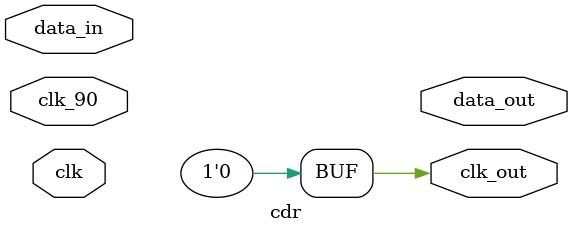
<source format=sv>
module cdr (
    input clk, clk_90,
    input data_in,

    output reg clk_out = 0,
    output reg data_out
);

    reg[3:0] a,b,c,d;
    
    wire ax = a[3]^a[2];
    wire bx = b[3]^b[2];
    wire cx = c[3]^c[2];
    wire dx = d[3]^d[2];

    always_ff @(posedge clk) begin
        a <= {a[2:0], data_in};
        b[3:1] <= b[2:0];
        c[3:2] <= b[2:1];
        d[3] <= d[2];
    end
    always_ff @(posedge clk_90) begin
        b[0] <= data_in;
        c[1] <= c[0];
        d[2] <= d[1];
    end
    always_ff @(negedge clk) begin
        c[0] <= data_in;
        d[1] <= d[0];
    end
    always_ff @(negedge clk_90) begin
        d[0] <= data_in;
    end


endmodule
</source>
